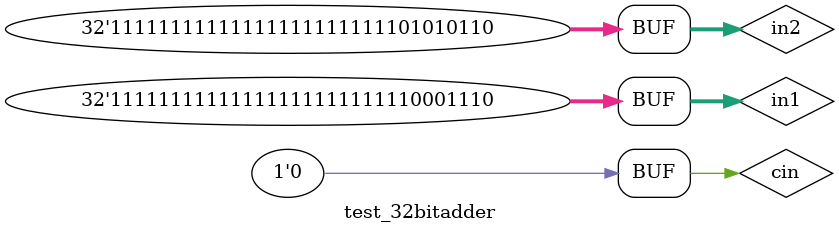
<source format=v>
`include "fulladder_32bit.v"
module test_32bitadder();

    reg [31:0] in1, in2;
    reg cin;

    wire [31:0] sm;
    wire cout;

    fulladder_32bit fa1( sm, cout, in1, in2, cin );

    initial
        $monitor(" in1 %b ", in1, "in2: %b ", in2, "sm: %b ", sm, "cout: ", cout);

    initial begin
        in1 = 32'hFFFFFF8E;
        in2 = 32'hFFFFFF56;
        cin = 0;
    end

endmodule
</source>
